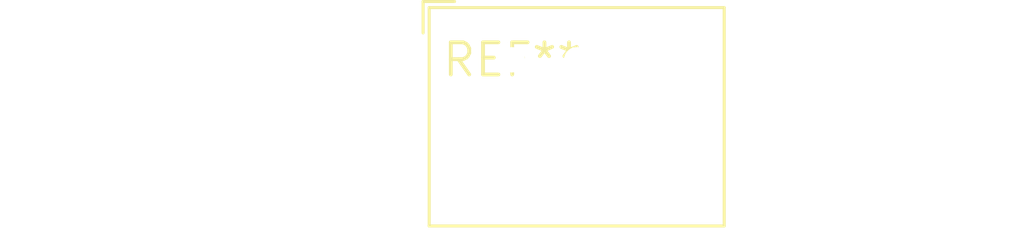
<source format=kicad_pcb>
(kicad_pcb (version 20240108) (generator pcbnew)
  (layers (0 "F.Cu" signal) (31 "B.Cu" signal) (34 "B.Paste" user) (35 "F.Paste" user) (36 "B.SilkS" user "B.Silkscreen") (37 "F.SilkS" user "F.Silkscreen") (38 "B.Mask" user) (39 "F.Mask" user) (44 "Edge.Cuts" user))
  (net 0 "")
  (footprint "Converter_DCDC_RECOM_R-78HB-0.5_THT" (layer "F.Cu") (at 0 0)
    (property "Reference" "REF**")
    (property "Value" "Converter_DCDC_RECOM_R-78HB-0.5_THT")
    (fp_line (start -3.51 -2.3) (end -2.27 -2.3) (layer "F.SilkS") (stroke (width 0.12)))
    (fp_line (start -3.51 -1.06) (end -3.51 -2.3) (layer "F.SilkS") (stroke (width 0.12)))
    (fp_line (start -3.27 -2.06) (end -3.27 6.56) (layer "F.SilkS") (stroke (width 0.12)))
    (fp_line (start -3.27 -2.06) (end 8.35 -2.06) (layer "F.SilkS") (stroke (width 0.12)))
    (fp_line (start -3.27 6.56) (end 8.35 6.56) (layer "F.SilkS") (stroke (width 0.12)))
    (fp_line (start 8.35 -2.06) (end 8.35 6.56) (layer "F.SilkS") (stroke (width 0.12)))
    (pad "1" thru_hole rect (at 0 0) (size 1.5 2.3) (drill 1) (layers *.Cu *.Mask) (remove_unused_layers))
    (pad "2" thru_hole oval (at 2.54 0) (size 1.5 2.3) (drill 1) (layers *.Cu *.Mask) (remove_unused_layers))
    (pad "3" thru_hole oval (at 5.08 0) (size 1.5 2.3) (drill 1) (layers *.Cu *.Mask) (remove_unused_layers))
  )
)
</source>
